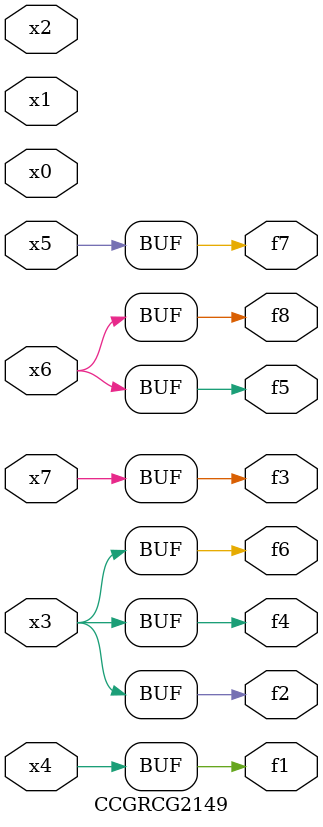
<source format=v>
module CCGRCG2149(
	input x0, x1, x2, x3, x4, x5, x6, x7,
	output f1, f2, f3, f4, f5, f6, f7, f8
);
	assign f1 = x4;
	assign f2 = x3;
	assign f3 = x7;
	assign f4 = x3;
	assign f5 = x6;
	assign f6 = x3;
	assign f7 = x5;
	assign f8 = x6;
endmodule

</source>
